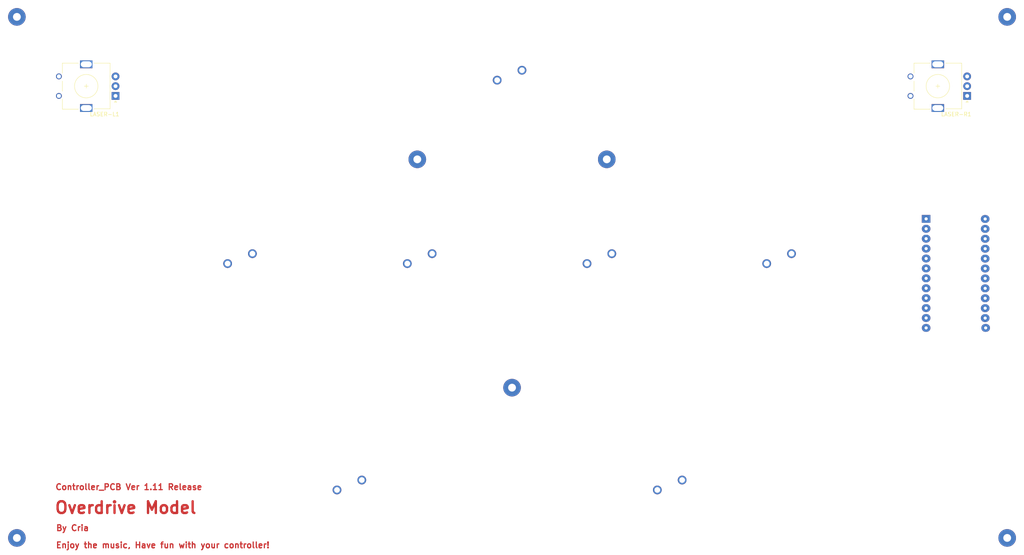
<source format=kicad_pcb>
(kicad_pcb (version 20171130) (host pcbnew "(5.1.9)-1")

  (general
    (thickness 1.6)
    (drawings 9)
    (tracks 7)
    (zones 0)
    (modules 10)
    (nets 25)
  )

  (page A4)
  (layers
    (0 F.Cu signal)
    (31 B.Cu signal)
    (32 B.Adhes user)
    (33 F.Adhes user)
    (34 B.Paste user)
    (35 F.Paste user)
    (36 B.SilkS user)
    (37 F.SilkS user)
    (38 B.Mask user)
    (39 F.Mask user)
    (40 Dwgs.User user)
    (41 Cmts.User user)
    (42 Eco1.User user)
    (43 Eco2.User user)
    (44 Edge.Cuts user)
    (45 Margin user)
    (46 B.CrtYd user)
    (47 F.CrtYd user)
    (48 B.Fab user)
    (49 F.Fab user)
  )

  (setup
    (last_trace_width 0.25)
    (user_trace_width 1)
    (trace_clearance 0.2)
    (zone_clearance 0.508)
    (zone_45_only no)
    (trace_min 0.2)
    (via_size 0.8)
    (via_drill 0.4)
    (via_min_size 0.4)
    (via_min_drill 0.3)
    (uvia_size 0.3)
    (uvia_drill 0.1)
    (uvias_allowed no)
    (uvia_min_size 0.2)
    (uvia_min_drill 0.1)
    (edge_width 0.05)
    (segment_width 0.2)
    (pcb_text_width 0.3)
    (pcb_text_size 1.5 1.5)
    (mod_edge_width 0.12)
    (mod_text_size 1 1)
    (mod_text_width 0.15)
    (pad_size 3.9878 3.9878)
    (pad_drill 3.9878)
    (pad_to_mask_clearance 0)
    (aux_axis_origin 0 0)
    (visible_elements 7FFFFFFF)
    (pcbplotparams
      (layerselection 0x010fc_ffffffff)
      (usegerberextensions false)
      (usegerberattributes true)
      (usegerberadvancedattributes true)
      (creategerberjobfile true)
      (excludeedgelayer true)
      (linewidth 0.100000)
      (plotframeref false)
      (viasonmask false)
      (mode 1)
      (useauxorigin false)
      (hpglpennumber 1)
      (hpglpenspeed 20)
      (hpglpendiameter 15.000000)
      (psnegative false)
      (psa4output false)
      (plotreference true)
      (plotvalue true)
      (plotinvisibletext false)
      (padsonsilk false)
      (subtractmaskfromsilk false)
      (outputformat 1)
      (mirror false)
      (drillshape 1)
      (scaleselection 1)
      (outputdirectory ""))
  )

  (net 0 "")
  (net 1 "Net-(BT-A1-Pad1)")
  (net 2 "Net-(BT-A1-Pad2)")
  (net 3 "Net-(BT-B1-Pad1)")
  (net 4 "Net-(BT-C1-Pad1)")
  (net 5 "Net-(BT-D1-Pad1)")
  (net 6 "Net-(FX-L1-Pad1)")
  (net 7 "Net-(FX-R1-Pad1)")
  (net 8 "Net-(LASER-L1-PadA)")
  (net 9 "Net-(LASER-L1-PadC)")
  (net 10 "Net-(LASER-L1-PadB)")
  (net 11 "Net-(LASER-R1-PadA)")
  (net 12 "Net-(LASER-R1-PadC)")
  (net 13 "Net-(LASER-R1-PadB)")
  (net 14 "Net-(START1-Pad1)")
  (net 15 "Net-(U1-Pad9)")
  (net 16 "Net-(U1-Pad0)")
  (net 17 "Net-(U1-Pad1)")
  (net 18 "Net-(U1-Pad18)")
  (net 19 "Net-(U1-Pad19)")
  (net 20 "Net-(U1-Pad20)")
  (net 21 "Net-(U1-Pad21)")
  (net 22 "Net-(U1-PadVCC)")
  (net 23 "Net-(U1-PadRST)")
  (net 24 "Net-(U1-PadRAW)")

  (net_class Default "This is the default net class."
    (clearance 0.2)
    (trace_width 0.25)
    (via_dia 0.8)
    (via_drill 0.4)
    (uvia_dia 0.3)
    (uvia_drill 0.1)
    (add_net "Net-(BT-A1-Pad1)")
    (add_net "Net-(BT-A1-Pad2)")
    (add_net "Net-(BT-B1-Pad1)")
    (add_net "Net-(BT-C1-Pad1)")
    (add_net "Net-(BT-D1-Pad1)")
    (add_net "Net-(FX-L1-Pad1)")
    (add_net "Net-(FX-R1-Pad1)")
    (add_net "Net-(LASER-L1-PadA)")
    (add_net "Net-(LASER-L1-PadB)")
    (add_net "Net-(LASER-L1-PadC)")
    (add_net "Net-(LASER-R1-PadA)")
    (add_net "Net-(LASER-R1-PadB)")
    (add_net "Net-(LASER-R1-PadC)")
    (add_net "Net-(START1-Pad1)")
    (add_net "Net-(U1-Pad0)")
    (add_net "Net-(U1-Pad1)")
    (add_net "Net-(U1-Pad18)")
    (add_net "Net-(U1-Pad19)")
    (add_net "Net-(U1-Pad20)")
    (add_net "Net-(U1-Pad21)")
    (add_net "Net-(U1-Pad9)")
    (add_net "Net-(U1-PadRAW)")
    (add_net "Net-(U1-PadRST)")
    (add_net "Net-(U1-PadVCC)")
  )

  (module arduino:SparkfunPromicro (layer F.Cu) (tedit 6015B215) (tstamp 6015B28D)
    (at 237 56)
    (path /60176BAE)
    (attr smd)
    (fp_text reference U1 (at -5.08 19.05 90) (layer F.SilkS) hide
      (effects (font (size 1.524 1.524) (thickness 0.05)))
    )
    (fp_text value ProMicro (at -2.54 15.24 90) (layer F.SilkS) hide
      (effects (font (size 1.524 1.524) (thickness 0.05)))
    )
    (pad 10 thru_hole oval (at 15.24 27.94) (size 2.2 2) (drill 0.8128) (layers *.Cu)
      (net 8 "Net-(LASER-L1-PadA)"))
    (pad 9 thru_hole oval (at 0 27.94) (size 2.2 2) (drill 0.8128) (layers *.Cu)
      (net 15 "Net-(U1-Pad9)"))
    (pad 8 thru_hole oval (at 0 25.4) (size 2.2 2) (drill 0.8128) (layers *.Cu)
      (net 7 "Net-(FX-R1-Pad1)"))
    (pad 7 thru_hole oval (at 0 22.86) (size 2.2 2) (drill 0.8128) (layers *.Cu)
      (net 6 "Net-(FX-L1-Pad1)"))
    (pad 6 thru_hole oval (at 0 20.32) (size 2.2 2) (drill 0.8128) (layers *.Cu)
      (net 5 "Net-(BT-D1-Pad1)"))
    (pad 5 thru_hole oval (at 0 17.78) (size 2.2 2) (drill 0.8128) (layers *.Cu)
      (net 4 "Net-(BT-C1-Pad1)"))
    (pad 4 thru_hole oval (at 0 15.24) (size 2.2 2) (drill 0.8128) (layers *.Cu)
      (net 3 "Net-(BT-B1-Pad1)"))
    (pad 3 thru_hole oval (at 0 12.7) (size 2.2 2) (drill 0.8128) (layers *.Cu)
      (net 1 "Net-(BT-A1-Pad1)"))
    (pad 2 thru_hole oval (at 0 10.16) (size 2.2 2) (drill 0.8128) (layers *.Cu)
      (net 14 "Net-(START1-Pad1)"))
    (pad GND2 thru_hole oval (at 0 7.62) (size 2.2 2) (drill 0.8128) (layers *.Cu)
      (net 2 "Net-(BT-A1-Pad2)"))
    (pad GND1 thru_hole oval (at 0 5.08) (size 2.2 2) (drill 0.8128) (layers *.Cu)
      (net 9 "Net-(LASER-L1-PadC)"))
    (pad 0 thru_hole oval (at 0 2.54) (size 2.2 2) (drill 0.8128) (layers *.Cu)
      (net 16 "Net-(U1-Pad0)"))
    (pad 1 thru_hole rect (at 0 0) (size 2.2 2) (drill 0.8128) (layers *.Cu)
      (net 17 "Net-(U1-Pad1)"))
    (pad 16 thru_hole oval (at 15.113 25.4254) (size 2.2 2) (drill 0.8128) (layers *.Cu)
      (net 10 "Net-(LASER-L1-PadB)"))
    (pad 14 thru_hole oval (at 15.113 22.8854) (size 2.2 2) (drill 0.8128) (layers *.Cu)
      (net 11 "Net-(LASER-R1-PadA)"))
    (pad 15 thru_hole oval (at 15.113 20.3454) (size 2.2 2) (drill 0.8128) (layers *.Cu)
      (net 13 "Net-(LASER-R1-PadB)"))
    (pad 18 thru_hole oval (at 15.113 17.8054) (size 2.2 2) (drill 0.8128) (layers *.Cu)
      (net 18 "Net-(U1-Pad18)"))
    (pad 19 thru_hole oval (at 15.113 15.2654) (size 2.2 2) (drill 0.8128) (layers *.Cu)
      (net 19 "Net-(U1-Pad19)"))
    (pad 20 thru_hole oval (at 15.113 12.7254) (size 2.2 2) (drill 0.8128) (layers *.Cu)
      (net 20 "Net-(U1-Pad20)"))
    (pad 21 thru_hole oval (at 15.113 10.1854) (size 2.2 2) (drill 0.8128) (layers *.Cu)
      (net 21 "Net-(U1-Pad21)"))
    (pad VCC thru_hole oval (at 15.113 7.6454) (size 2.2 2) (drill 0.8128) (layers *.Cu)
      (net 22 "Net-(U1-PadVCC)"))
    (pad RST thru_hole oval (at 15.113 5.1054) (size 2.2 2) (drill 0.8128) (layers *.Cu)
      (net 23 "Net-(U1-PadRST)"))
    (pad GND3 thru_hole oval (at 15.113 2.5654) (size 2.2 2) (drill 0.8128) (layers *.Cu)
      (net 12 "Net-(LASER-R1-PadC)"))
    (pad RAW thru_hole oval (at 15.113 0.0254) (size 2.2 2) (drill 0.8128) (layers *.Cu)
      (net 24 "Net-(U1-PadRAW)"))
  )

  (module MX_Alps_Hybrid:MXOnly-1U-NoLED (layer F.Cu) (tedit 5BD3C6C7) (tstamp 6015B271)
    (at 131 23)
    (path /60175A0F)
    (fp_text reference START1 (at 0 3.175) (layer Dwgs.User)
      (effects (font (size 1 1) (thickness 0.15)))
    )
    (fp_text value KEYSW (at 0 -7.9375) (layer Dwgs.User)
      (effects (font (size 1 1) (thickness 0.15)))
    )
    (fp_line (start 5 -7) (end 7 -7) (layer Dwgs.User) (width 0.15))
    (fp_line (start 7 -7) (end 7 -5) (layer Dwgs.User) (width 0.15))
    (fp_line (start 5 7) (end 7 7) (layer Dwgs.User) (width 0.15))
    (fp_line (start 7 7) (end 7 5) (layer Dwgs.User) (width 0.15))
    (fp_line (start -7 5) (end -7 7) (layer Dwgs.User) (width 0.15))
    (fp_line (start -7 7) (end -5 7) (layer Dwgs.User) (width 0.15))
    (fp_line (start -5 -7) (end -7 -7) (layer Dwgs.User) (width 0.15))
    (fp_line (start -7 -7) (end -7 -5) (layer Dwgs.User) (width 0.15))
    (fp_line (start -9.525 -9.525) (end 9.525 -9.525) (layer Dwgs.User) (width 0.15))
    (fp_line (start 9.525 -9.525) (end 9.525 9.525) (layer Dwgs.User) (width 0.15))
    (fp_line (start 9.525 9.525) (end -9.525 9.525) (layer Dwgs.User) (width 0.15))
    (fp_line (start -9.525 9.525) (end -9.525 -9.525) (layer Dwgs.User) (width 0.15))
    (pad 2 thru_hole circle (at 2.54 -5.08) (size 2.25 2.25) (drill 1.47) (layers *.Cu B.Mask)
      (net 2 "Net-(BT-A1-Pad2)"))
    (pad "" np_thru_hole circle (at 0 0) (size 3.9878 3.9878) (drill 3.9878) (layers *.Cu *.Mask))
    (pad 1 thru_hole circle (at -3.81 -2.54) (size 2.25 2.25) (drill 1.47) (layers *.Cu B.Mask)
      (net 14 "Net-(START1-Pad1)"))
    (pad "" np_thru_hole circle (at -5.08 0 48.0996) (size 1.75 1.75) (drill 1.75) (layers *.Cu *.Mask))
    (pad "" np_thru_hole circle (at 5.08 0 48.0996) (size 1.75 1.75) (drill 1.75) (layers *.Cu *.Mask))
  )

  (module MX_Alps_Hybrid:MXOnly-1.75U-NoLED (layer F.Cu) (tedit 5BD3C6A7) (tstamp 6015B20E)
    (at 172 128)
    (path /60175154)
    (fp_text reference FX-R1 (at 0 3.175) (layer Dwgs.User)
      (effects (font (size 1 1) (thickness 0.15)))
    )
    (fp_text value KEYSW (at 0 -7.9375) (layer Dwgs.User)
      (effects (font (size 1 1) (thickness 0.15)))
    )
    (fp_line (start 5 -7) (end 7 -7) (layer Dwgs.User) (width 0.15))
    (fp_line (start 7 -7) (end 7 -5) (layer Dwgs.User) (width 0.15))
    (fp_line (start 5 7) (end 7 7) (layer Dwgs.User) (width 0.15))
    (fp_line (start 7 7) (end 7 5) (layer Dwgs.User) (width 0.15))
    (fp_line (start -7 5) (end -7 7) (layer Dwgs.User) (width 0.15))
    (fp_line (start -7 7) (end -5 7) (layer Dwgs.User) (width 0.15))
    (fp_line (start -5 -7) (end -7 -7) (layer Dwgs.User) (width 0.15))
    (fp_line (start -7 -7) (end -7 -5) (layer Dwgs.User) (width 0.15))
    (fp_line (start -16.66875 -9.525) (end 16.66875 -9.525) (layer Dwgs.User) (width 0.15))
    (fp_line (start 16.66875 -9.525) (end 16.66875 9.525) (layer Dwgs.User) (width 0.15))
    (fp_line (start -16.66875 9.525) (end 16.66875 9.525) (layer Dwgs.User) (width 0.15))
    (fp_line (start -16.66875 9.525) (end -16.66875 -9.525) (layer Dwgs.User) (width 0.15))
    (pad 2 thru_hole circle (at 2.54 -5.08) (size 2.25 2.25) (drill 1.47) (layers *.Cu B.Mask)
      (net 2 "Net-(BT-A1-Pad2)"))
    (pad "" np_thru_hole circle (at 0 0) (size 3.9878 3.9878) (drill 3.9878) (layers *.Cu *.Mask))
    (pad 1 thru_hole circle (at -3.81 -2.54) (size 2.25 2.25) (drill 1.47) (layers *.Cu B.Mask)
      (net 7 "Net-(FX-R1-Pad1)"))
    (pad "" np_thru_hole circle (at -5.08 0 48.0996) (size 1.75 1.75) (drill 1.75) (layers *.Cu *.Mask))
    (pad "" np_thru_hole circle (at 5.08 0 48.0996) (size 1.75 1.75) (drill 1.75) (layers *.Cu *.Mask))
  )

  (module MX_Alps_Hybrid:MXOnly-1.75U-NoLED (layer F.Cu) (tedit 5BD3C6A7) (tstamp 6015B1F7)
    (at 90 128)
    (path /60174E2A)
    (fp_text reference FX-L1 (at 0 3.175) (layer Dwgs.User)
      (effects (font (size 1 1) (thickness 0.15)))
    )
    (fp_text value KEYSW (at 0 -7.9375) (layer Dwgs.User)
      (effects (font (size 1 1) (thickness 0.15)))
    )
    (fp_line (start 5 -7) (end 7 -7) (layer Dwgs.User) (width 0.15))
    (fp_line (start 7 -7) (end 7 -5) (layer Dwgs.User) (width 0.15))
    (fp_line (start 5 7) (end 7 7) (layer Dwgs.User) (width 0.15))
    (fp_line (start 7 7) (end 7 5) (layer Dwgs.User) (width 0.15))
    (fp_line (start -7 5) (end -7 7) (layer Dwgs.User) (width 0.15))
    (fp_line (start -7 7) (end -5 7) (layer Dwgs.User) (width 0.15))
    (fp_line (start -5 -7) (end -7 -7) (layer Dwgs.User) (width 0.15))
    (fp_line (start -7 -7) (end -7 -5) (layer Dwgs.User) (width 0.15))
    (fp_line (start -16.66875 -9.525) (end 16.66875 -9.525) (layer Dwgs.User) (width 0.15))
    (fp_line (start 16.66875 -9.525) (end 16.66875 9.525) (layer Dwgs.User) (width 0.15))
    (fp_line (start -16.66875 9.525) (end 16.66875 9.525) (layer Dwgs.User) (width 0.15))
    (fp_line (start -16.66875 9.525) (end -16.66875 -9.525) (layer Dwgs.User) (width 0.15))
    (pad 2 thru_hole circle (at 2.54 -5.08) (size 2.25 2.25) (drill 1.47) (layers *.Cu B.Mask)
      (net 2 "Net-(BT-A1-Pad2)"))
    (pad "" np_thru_hole circle (at 0 0) (size 3.9878 3.9878) (drill 3.9878) (layers *.Cu *.Mask))
    (pad 1 thru_hole circle (at -3.81 -2.54) (size 2.25 2.25) (drill 1.47) (layers *.Cu B.Mask)
      (net 6 "Net-(FX-L1-Pad1)"))
    (pad "" np_thru_hole circle (at -5.08 0 48.0996) (size 1.75 1.75) (drill 1.75) (layers *.Cu *.Mask))
    (pad "" np_thru_hole circle (at 5.08 0 48.0996) (size 1.75 1.75) (drill 1.75) (layers *.Cu *.Mask))
  )

  (module MX_Alps_Hybrid:MXOnly-2U-NoLED (layer F.Cu) (tedit 5BD3C72F) (tstamp 6015B1E0)
    (at 200 70)
    (path /60173D6C)
    (fp_text reference BT-D1 (at 0 3.175) (layer Dwgs.User)
      (effects (font (size 1 1) (thickness 0.15)))
    )
    (fp_text value KEYSW (at 0 -7.9375) (layer Dwgs.User)
      (effects (font (size 1 1) (thickness 0.15)))
    )
    (fp_line (start 5 -7) (end 7 -7) (layer Dwgs.User) (width 0.15))
    (fp_line (start 7 -7) (end 7 -5) (layer Dwgs.User) (width 0.15))
    (fp_line (start 5 7) (end 7 7) (layer Dwgs.User) (width 0.15))
    (fp_line (start 7 7) (end 7 5) (layer Dwgs.User) (width 0.15))
    (fp_line (start -7 5) (end -7 7) (layer Dwgs.User) (width 0.15))
    (fp_line (start -7 7) (end -5 7) (layer Dwgs.User) (width 0.15))
    (fp_line (start -5 -7) (end -7 -7) (layer Dwgs.User) (width 0.15))
    (fp_line (start -7 -7) (end -7 -5) (layer Dwgs.User) (width 0.15))
    (fp_line (start -19.05 -9.525) (end 19.05 -9.525) (layer Dwgs.User) (width 0.15))
    (fp_line (start 19.05 -9.525) (end 19.05 9.525) (layer Dwgs.User) (width 0.15))
    (fp_line (start -19.05 9.525) (end 19.05 9.525) (layer Dwgs.User) (width 0.15))
    (fp_line (start -19.05 9.525) (end -19.05 -9.525) (layer Dwgs.User) (width 0.15))
    (pad 2 thru_hole circle (at 2.54 -5.08) (size 2.25 2.25) (drill 1.47) (layers *.Cu B.Mask)
      (net 2 "Net-(BT-A1-Pad2)"))
    (pad "" np_thru_hole circle (at 0 0) (size 3.9878 3.9878) (drill 3.9878) (layers *.Cu *.Mask))
    (pad 1 thru_hole circle (at -3.81 -2.54) (size 2.25 2.25) (drill 1.47) (layers *.Cu B.Mask)
      (net 5 "Net-(BT-D1-Pad1)"))
    (pad "" np_thru_hole circle (at -5.08 0 48.0996) (size 1.75 1.75) (drill 1.75) (layers *.Cu *.Mask))
    (pad "" np_thru_hole circle (at 5.08 0 48.0996) (size 1.75 1.75) (drill 1.75) (layers *.Cu *.Mask))
    (pad "" np_thru_hole circle (at -11.90625 -6.985) (size 3.048 3.048) (drill 3.048) (layers *.Cu *.Mask))
    (pad "" np_thru_hole circle (at 11.90625 -6.985) (size 3.048 3.048) (drill 3.048) (layers *.Cu *.Mask))
    (pad "" np_thru_hole circle (at -11.90625 8.255) (size 3.9878 3.9878) (drill 3.9878) (layers *.Cu *.Mask))
    (pad "" np_thru_hole circle (at 11.90625 8.255) (size 3.9878 3.9878) (drill 3.9878) (layers *.Cu *.Mask))
  )

  (module MX_Alps_Hybrid:MXOnly-2U-NoLED (layer F.Cu) (tedit 5BD3C72F) (tstamp 6015BA26)
    (at 154 70)
    (path /601735F6)
    (fp_text reference BT-C1 (at 0 3.175) (layer Dwgs.User)
      (effects (font (size 1 1) (thickness 0.15)))
    )
    (fp_text value KEYSW (at 0 -7.9375) (layer Dwgs.User)
      (effects (font (size 1 1) (thickness 0.15)))
    )
    (fp_line (start 5 -7) (end 7 -7) (layer Dwgs.User) (width 0.15))
    (fp_line (start 7 -7) (end 7 -5) (layer Dwgs.User) (width 0.15))
    (fp_line (start 5 7) (end 7 7) (layer Dwgs.User) (width 0.15))
    (fp_line (start 7 7) (end 7 5) (layer Dwgs.User) (width 0.15))
    (fp_line (start -7 5) (end -7 7) (layer Dwgs.User) (width 0.15))
    (fp_line (start -7 7) (end -5 7) (layer Dwgs.User) (width 0.15))
    (fp_line (start -5 -7) (end -7 -7) (layer Dwgs.User) (width 0.15))
    (fp_line (start -7 -7) (end -7 -5) (layer Dwgs.User) (width 0.15))
    (fp_line (start -19.05 -9.525) (end 19.05 -9.525) (layer Dwgs.User) (width 0.15))
    (fp_line (start 19.05 -9.525) (end 19.05 9.525) (layer Dwgs.User) (width 0.15))
    (fp_line (start -19.05 9.525) (end 19.05 9.525) (layer Dwgs.User) (width 0.15))
    (fp_line (start -19.05 9.525) (end -19.05 -9.525) (layer Dwgs.User) (width 0.15))
    (pad 2 thru_hole circle (at 2.54 -5.08) (size 2.25 2.25) (drill 1.47) (layers *.Cu B.Mask)
      (net 2 "Net-(BT-A1-Pad2)"))
    (pad "" np_thru_hole circle (at 0 0) (size 3.9878 3.9878) (drill 3.9878) (layers *.Cu *.Mask))
    (pad 1 thru_hole circle (at -3.81 -2.54) (size 2.25 2.25) (drill 1.47) (layers *.Cu B.Mask)
      (net 4 "Net-(BT-C1-Pad1)"))
    (pad "" np_thru_hole circle (at -5.08 0 48.0996) (size 1.75 1.75) (drill 1.75) (layers *.Cu *.Mask))
    (pad "" np_thru_hole circle (at 5.08 0 48.0996) (size 1.75 1.75) (drill 1.75) (layers *.Cu *.Mask))
    (pad "" np_thru_hole circle (at -11.90625 -6.985) (size 3.048 3.048) (drill 3.048) (layers *.Cu *.Mask))
    (pad "" np_thru_hole circle (at 11.90625 -6.985) (size 3.048 3.048) (drill 3.048) (layers *.Cu *.Mask))
    (pad "" np_thru_hole circle (at -11.90625 8.255) (size 3.9878 3.9878) (drill 3.9878) (layers *.Cu *.Mask))
    (pad "" np_thru_hole circle (at 11.90625 8.255) (size 3.9878 3.9878) (drill 3.9878) (layers *.Cu *.Mask))
  )

  (module MX_Alps_Hybrid:MXOnly-2U-NoLED (layer F.Cu) (tedit 5BD3C72F) (tstamp 6015B1AA)
    (at 108 70)
    (path /6017288E)
    (fp_text reference BT-B1 (at 0 3.175) (layer Dwgs.User)
      (effects (font (size 1 1) (thickness 0.15)))
    )
    (fp_text value KEYSW (at 0 -7.9375) (layer Dwgs.User)
      (effects (font (size 1 1) (thickness 0.15)))
    )
    (fp_line (start 5 -7) (end 7 -7) (layer Dwgs.User) (width 0.15))
    (fp_line (start 7 -7) (end 7 -5) (layer Dwgs.User) (width 0.15))
    (fp_line (start 5 7) (end 7 7) (layer Dwgs.User) (width 0.15))
    (fp_line (start 7 7) (end 7 5) (layer Dwgs.User) (width 0.15))
    (fp_line (start -7 5) (end -7 7) (layer Dwgs.User) (width 0.15))
    (fp_line (start -7 7) (end -5 7) (layer Dwgs.User) (width 0.15))
    (fp_line (start -5 -7) (end -7 -7) (layer Dwgs.User) (width 0.15))
    (fp_line (start -7 -7) (end -7 -5) (layer Dwgs.User) (width 0.15))
    (fp_line (start -19.05 -9.525) (end 19.05 -9.525) (layer Dwgs.User) (width 0.15))
    (fp_line (start 19.05 -9.525) (end 19.05 9.525) (layer Dwgs.User) (width 0.15))
    (fp_line (start -19.05 9.525) (end 19.05 9.525) (layer Dwgs.User) (width 0.15))
    (fp_line (start -19.05 9.525) (end -19.05 -9.525) (layer Dwgs.User) (width 0.15))
    (pad 2 thru_hole circle (at 2.54 -5.08) (size 2.25 2.25) (drill 1.47) (layers *.Cu B.Mask)
      (net 2 "Net-(BT-A1-Pad2)"))
    (pad "" np_thru_hole circle (at 0 0) (size 3.9878 3.9878) (drill 3.9878) (layers *.Cu *.Mask))
    (pad 1 thru_hole circle (at -3.81 -2.54) (size 2.25 2.25) (drill 1.47) (layers *.Cu B.Mask)
      (net 3 "Net-(BT-B1-Pad1)"))
    (pad "" np_thru_hole circle (at -5.08 0 48.0996) (size 1.75 1.75) (drill 1.75) (layers *.Cu *.Mask))
    (pad "" np_thru_hole circle (at 5.08 0 48.0996) (size 1.75 1.75) (drill 1.75) (layers *.Cu *.Mask))
    (pad "" np_thru_hole circle (at -11.90625 -6.985) (size 3.048 3.048) (drill 3.048) (layers *.Cu *.Mask))
    (pad "" np_thru_hole circle (at 11.90625 -6.985) (size 3.048 3.048) (drill 3.048) (layers *.Cu *.Mask))
    (pad "" np_thru_hole circle (at -11.90625 8.255) (size 3.9878 3.9878) (drill 3.9878) (layers *.Cu *.Mask))
    (pad "" np_thru_hole circle (at 11.90625 8.255) (size 3.9878 3.9878) (drill 3.9878) (layers *.Cu *.Mask))
  )

  (module MX_Alps_Hybrid:MXOnly-2U-NoLED (layer F.Cu) (tedit 5BD3C72F) (tstamp 6015B18F)
    (at 62 70)
    (path /6017188C)
    (fp_text reference BT-A1 (at 0 3.175) (layer Dwgs.User)
      (effects (font (size 1 1) (thickness 0.15)))
    )
    (fp_text value KEYSW (at 0 -7.9375) (layer Dwgs.User)
      (effects (font (size 1 1) (thickness 0.15)))
    )
    (fp_line (start 5 -7) (end 7 -7) (layer Dwgs.User) (width 0.15))
    (fp_line (start 7 -7) (end 7 -5) (layer Dwgs.User) (width 0.15))
    (fp_line (start 5 7) (end 7 7) (layer Dwgs.User) (width 0.15))
    (fp_line (start 7 7) (end 7 5) (layer Dwgs.User) (width 0.15))
    (fp_line (start -7 5) (end -7 7) (layer Dwgs.User) (width 0.15))
    (fp_line (start -7 7) (end -5 7) (layer Dwgs.User) (width 0.15))
    (fp_line (start -5 -7) (end -7 -7) (layer Dwgs.User) (width 0.15))
    (fp_line (start -7 -7) (end -7 -5) (layer Dwgs.User) (width 0.15))
    (fp_line (start -19.05 -9.525) (end 19.05 -9.525) (layer Dwgs.User) (width 0.15))
    (fp_line (start 19.05 -9.525) (end 19.05 9.525) (layer Dwgs.User) (width 0.15))
    (fp_line (start -19.05 9.525) (end 19.05 9.525) (layer Dwgs.User) (width 0.15))
    (fp_line (start -19.05 9.525) (end -19.05 -9.525) (layer Dwgs.User) (width 0.15))
    (pad 2 thru_hole circle (at 2.54 -5.08) (size 2.25 2.25) (drill 1.47) (layers *.Cu B.Mask)
      (net 2 "Net-(BT-A1-Pad2)"))
    (pad "" np_thru_hole circle (at 0 0) (size 3.9878 3.9878) (drill 3.9878) (layers *.Cu *.Mask))
    (pad 1 thru_hole circle (at -3.81 -2.54) (size 2.25 2.25) (drill 1.47) (layers *.Cu B.Mask)
      (net 1 "Net-(BT-A1-Pad1)"))
    (pad "" np_thru_hole circle (at -5.08 0 48.0996) (size 1.75 1.75) (drill 1.75) (layers *.Cu *.Mask))
    (pad "" np_thru_hole circle (at 5.08 0 48.0996) (size 1.75 1.75) (drill 1.75) (layers *.Cu *.Mask))
    (pad "" np_thru_hole circle (at -11.90625 -6.985) (size 3.048 3.048) (drill 3.048) (layers *.Cu *.Mask))
    (pad "" np_thru_hole circle (at 11.90625 -6.985) (size 3.048 3.048) (drill 3.048) (layers *.Cu *.Mask))
    (pad "" np_thru_hole circle (at -11.90625 8.255) (size 3.9878 3.9878) (drill 3.9878) (layers *.Cu *.Mask))
    (pad "" np_thru_hole circle (at 11.90625 8.255) (size 3.9878 3.9878) (drill 3.9878) (layers *.Cu *.Mask))
  )

  (module Rotary_Encoder:RotaryEncoder_Alps_EC11E_Vertical_H20mm (layer F.Cu) (tedit 5A64F74E) (tstamp 6015B25A)
    (at 247.5 24.5 180)
    (descr "Alps rotary encoder, EC12E... without switch (pins are dummy), vertical shaft, http://www.alps.com/prod/info/E/HTML/Encoder/Incremental/EC11/EC11E15204A3.html")
    (tags "rotary encoder")
    (path /60179A84)
    (fp_text reference LASER-R1 (at 2.8 -4.7) (layer F.SilkS)
      (effects (font (size 1 1) (thickness 0.15)))
    )
    (fp_text value EC11_without_switch (at 7.5 10.4) (layer F.Fab)
      (effects (font (size 1 1) (thickness 0.15)))
    )
    (fp_circle (center 7.5 2.5) (end 10.5 2.5) (layer F.Fab) (width 0.12))
    (fp_circle (center 7.5 2.5) (end 10.5 2.5) (layer F.SilkS) (width 0.12))
    (fp_line (start 15.5 9.35) (end -1.25 9.35) (layer F.CrtYd) (width 0.05))
    (fp_line (start 15.5 9.35) (end 15.5 -4.35) (layer F.CrtYd) (width 0.05))
    (fp_line (start -1.25 -4.35) (end -1.25 9.35) (layer F.CrtYd) (width 0.05))
    (fp_line (start -1.25 -4.35) (end 15.5 -4.35) (layer F.CrtYd) (width 0.05))
    (fp_line (start 2.5 -3.3) (end 13.5 -3.3) (layer F.Fab) (width 0.12))
    (fp_line (start 13.5 -3.3) (end 13.5 8.3) (layer F.Fab) (width 0.12))
    (fp_line (start 13.5 8.3) (end 1.5 8.3) (layer F.Fab) (width 0.12))
    (fp_line (start 1.5 8.3) (end 1.5 -2.2) (layer F.Fab) (width 0.12))
    (fp_line (start 1.5 -2.2) (end 2.5 -3.3) (layer F.Fab) (width 0.12))
    (fp_line (start 9.5 -3.4) (end 13.6 -3.4) (layer F.SilkS) (width 0.12))
    (fp_line (start 13.6 8.4) (end 9.5 8.4) (layer F.SilkS) (width 0.12))
    (fp_line (start 5.5 8.4) (end 1.4 8.4) (layer F.SilkS) (width 0.12))
    (fp_line (start 5.5 -3.3) (end 1.4 -3.3) (layer F.SilkS) (width 0.12))
    (fp_line (start 1.4 -3.3) (end 1.4 8.4) (layer F.SilkS) (width 0.12))
    (fp_line (start 0 -1.3) (end -0.3 -1.6) (layer F.SilkS) (width 0.12))
    (fp_line (start -0.3 -1.6) (end 0.3 -1.6) (layer F.SilkS) (width 0.12))
    (fp_line (start 0.3 -1.6) (end 0 -1.3) (layer F.SilkS) (width 0.12))
    (fp_line (start 7.5 -0.5) (end 7.5 5.5) (layer F.Fab) (width 0.12))
    (fp_line (start 4.5 2.5) (end 10.5 2.5) (layer F.Fab) (width 0.12))
    (fp_line (start 13.6 -3.4) (end 13.6 -0.8) (layer F.SilkS) (width 0.12))
    (fp_line (start 13.6 1.2) (end 13.6 3.8) (layer F.SilkS) (width 0.12))
    (fp_line (start 13.6 5.8) (end 13.6 8.4) (layer F.SilkS) (width 0.12))
    (fp_line (start 7.5 2) (end 7.5 3) (layer F.SilkS) (width 0.12))
    (fp_line (start 7 2.5) (end 8 2.5) (layer F.SilkS) (width 0.12))
    (fp_text user %R (at 11.1 6.3) (layer F.Fab)
      (effects (font (size 1 1) (thickness 0.15)))
    )
    (pad A thru_hole rect (at 0 0 180) (size 2 2) (drill 1) (layers *.Cu *.Mask)
      (net 11 "Net-(LASER-R1-PadA)"))
    (pad C thru_hole circle (at 0 2.5 180) (size 2 2) (drill 1) (layers *.Cu *.Mask)
      (net 12 "Net-(LASER-R1-PadC)"))
    (pad B thru_hole circle (at 0 5 180) (size 2 2) (drill 1) (layers *.Cu *.Mask)
      (net 13 "Net-(LASER-R1-PadB)"))
    (pad MP thru_hole rect (at 7.5 -3.1 180) (size 3.2 2) (drill oval 2.8 1.5) (layers *.Cu *.Mask))
    (pad MP thru_hole rect (at 7.5 8.1 180) (size 3.2 2) (drill oval 2.8 1.5) (layers *.Cu *.Mask))
    (pad "" thru_hole circle (at 14.5 0 180) (size 1.5 1.5) (drill 1) (layers *.Cu *.Mask))
    (pad "" thru_hole circle (at 14.5 5 180) (size 1.5 1.5) (drill 1) (layers *.Cu *.Mask))
    (model ${KISYS3DMOD}/Rotary_Encoder.3dshapes/RotaryEncoder_Alps_EC11E_Vertical_H20mm.wrl
      (at (xyz 0 0 0))
      (scale (xyz 1 1 1))
      (rotate (xyz 0 0 0))
    )
  )

  (module Rotary_Encoder:RotaryEncoder_Alps_EC11E_Vertical_H20mm (layer F.Cu) (tedit 5A64F74E) (tstamp 6015B234)
    (at 29.5 24.5 180)
    (descr "Alps rotary encoder, EC12E... without switch (pins are dummy), vertical shaft, http://www.alps.com/prod/info/E/HTML/Encoder/Incremental/EC11/EC11E15204A3.html")
    (tags "rotary encoder")
    (path /60178E33)
    (fp_text reference LASER-L1 (at 2.8 -4.7) (layer F.SilkS)
      (effects (font (size 1 1) (thickness 0.15)))
    )
    (fp_text value EC11_without_switch (at 7.5 10.4) (layer F.Fab)
      (effects (font (size 1 1) (thickness 0.15)))
    )
    (fp_circle (center 7.5 2.5) (end 10.5 2.5) (layer F.Fab) (width 0.12))
    (fp_circle (center 7.5 2.5) (end 10.5 2.5) (layer F.SilkS) (width 0.12))
    (fp_line (start 15.5 9.35) (end -1.25 9.35) (layer F.CrtYd) (width 0.05))
    (fp_line (start 15.5 9.35) (end 15.5 -4.35) (layer F.CrtYd) (width 0.05))
    (fp_line (start -1.25 -4.35) (end -1.25 9.35) (layer F.CrtYd) (width 0.05))
    (fp_line (start -1.25 -4.35) (end 15.5 -4.35) (layer F.CrtYd) (width 0.05))
    (fp_line (start 2.5 -3.3) (end 13.5 -3.3) (layer F.Fab) (width 0.12))
    (fp_line (start 13.5 -3.3) (end 13.5 8.3) (layer F.Fab) (width 0.12))
    (fp_line (start 13.5 8.3) (end 1.5 8.3) (layer F.Fab) (width 0.12))
    (fp_line (start 1.5 8.3) (end 1.5 -2.2) (layer F.Fab) (width 0.12))
    (fp_line (start 1.5 -2.2) (end 2.5 -3.3) (layer F.Fab) (width 0.12))
    (fp_line (start 9.5 -3.4) (end 13.6 -3.4) (layer F.SilkS) (width 0.12))
    (fp_line (start 13.6 8.4) (end 9.5 8.4) (layer F.SilkS) (width 0.12))
    (fp_line (start 5.5 8.4) (end 1.4 8.4) (layer F.SilkS) (width 0.12))
    (fp_line (start 5.5 -3.3) (end 1.4 -3.3) (layer F.SilkS) (width 0.12))
    (fp_line (start 1.4 -3.3) (end 1.4 8.4) (layer F.SilkS) (width 0.12))
    (fp_line (start 0 -1.3) (end -0.3 -1.6) (layer F.SilkS) (width 0.12))
    (fp_line (start -0.3 -1.6) (end 0.3 -1.6) (layer F.SilkS) (width 0.12))
    (fp_line (start 0.3 -1.6) (end 0 -1.3) (layer F.SilkS) (width 0.12))
    (fp_line (start 7.5 -0.5) (end 7.5 5.5) (layer F.Fab) (width 0.12))
    (fp_line (start 4.5 2.5) (end 10.5 2.5) (layer F.Fab) (width 0.12))
    (fp_line (start 13.6 -3.4) (end 13.6 -0.8) (layer F.SilkS) (width 0.12))
    (fp_line (start 13.6 1.2) (end 13.6 3.8) (layer F.SilkS) (width 0.12))
    (fp_line (start 13.6 5.8) (end 13.6 8.4) (layer F.SilkS) (width 0.12))
    (fp_line (start 7.5 2) (end 7.5 3) (layer F.SilkS) (width 0.12))
    (fp_line (start 7 2.5) (end 8 2.5) (layer F.SilkS) (width 0.12))
    (fp_text user %R (at 11.1 6.3) (layer F.Fab)
      (effects (font (size 1 1) (thickness 0.15)))
    )
    (pad A thru_hole rect (at 0 0 180) (size 2 2) (drill 1) (layers *.Cu *.Mask)
      (net 8 "Net-(LASER-L1-PadA)"))
    (pad C thru_hole circle (at 0 2.5 180) (size 2 2) (drill 1) (layers *.Cu *.Mask)
      (net 9 "Net-(LASER-L1-PadC)"))
    (pad B thru_hole circle (at 0 5 180) (size 2 2) (drill 1) (layers *.Cu *.Mask)
      (net 10 "Net-(LASER-L1-PadB)"))
    (pad MP thru_hole rect (at 7.5 -3.1 180) (size 3.2 2) (drill oval 2.8 1.5) (layers *.Cu *.Mask))
    (pad MP thru_hole rect (at 7.5 8.1 180) (size 3.2 2) (drill oval 2.8 1.5) (layers *.Cu *.Mask))
    (pad "" thru_hole circle (at 14.5 0 180) (size 1.5 1.5) (drill 1) (layers *.Cu *.Mask))
    (pad "" thru_hole circle (at 14.5 5 180) (size 1.5 1.5) (drill 1) (layers *.Cu *.Mask))
    (model ${KISYS3DMOD}/Rotary_Encoder.3dshapes/RotaryEncoder_Alps_EC11E_Vertical_H20mm.wrl
      (at (xyz 0 0 0))
      (scale (xyz 1 1 1))
      (rotate (xyz 0 0 0))
    )
  )

  (gr_line (start 62.8 69.4) (end 63.4 68.9) (layer Dwgs.User) (width 0.15))
  (gr_line (start 262 142) (end 0 142) (layer Dwgs.User) (width 0.15) (tstamp 6015D6AA))
  (gr_text "Enjoy the music, Have fun with your controller!" (at 41.6 139.6) (layer F.Cu)
    (effects (font (size 1.5 1.5) (thickness 0.3)))
  )
  (gr_text "Controller_PCB Ver 1.11 Release" (at 32.9 124.7) (layer F.Cu)
    (effects (font (size 1.5 1.5) (thickness 0.3)))
  )
  (gr_text "By Cria" (at 18.5 135.2) (layer F.Cu)
    (effects (font (size 1.5 1.5) (thickness 0.3)))
  )
  (gr_text "Overdrive Model" (at 32.1 130) (layer F.Cu)
    (effects (font (size 3 3) (thickness 0.6)))
  )
  (gr_line (start 262 0) (end 262 142) (layer Dwgs.User) (width 0.15))
  (gr_line (start 0 0) (end 0 142) (layer Dwgs.User) (width 0.15))
  (gr_line (start 0 0) (end 262 0) (layer Dwgs.User) (width 0.15))

  (via (at 4.25 4.25) (size 4.5) (drill 2) (layers F.Cu B.Cu) (net 0))
  (via (at 4.25 137.75) (size 4.5) (drill 2) (layers F.Cu B.Cu) (net 0))
  (via (at 257.75 137.75) (size 4.5) (drill 2) (layers F.Cu B.Cu) (net 0))
  (via (at 257.75 4.25) (size 4.5) (drill 2) (layers F.Cu B.Cu) (net 0))
  (via (at 106.75 40.75) (size 4.5) (drill 2) (layers F.Cu B.Cu) (net 0))
  (via (at 155.25 40.75) (size 4.5) (drill 2) (layers F.Cu B.Cu) (net 0))
  (via (at 131 99.25) (size 4.5) (drill 2) (layers F.Cu B.Cu) (net 0))

)

</source>
